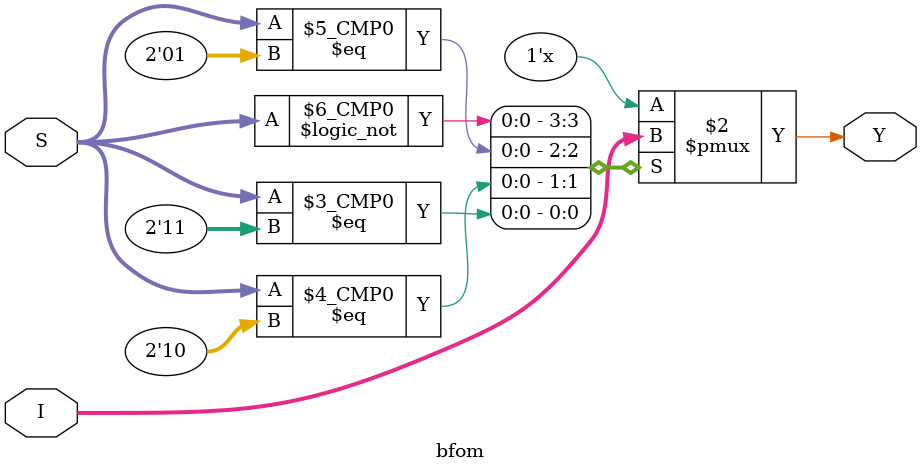
<source format=v>
module bfom(I,S,Y);
    input wire [0:3] I;
    input wire [1:0] S;
    output reg Y;
    always @(*) begin
        case (S)
            2'b00: Y = I[0];
            2'b01: Y = I[1];
            2'b10: Y = I[2];
            2'b11: Y = I[3];
            default: Y = 1'b0;
        endcase
    end
endmodule
</source>
